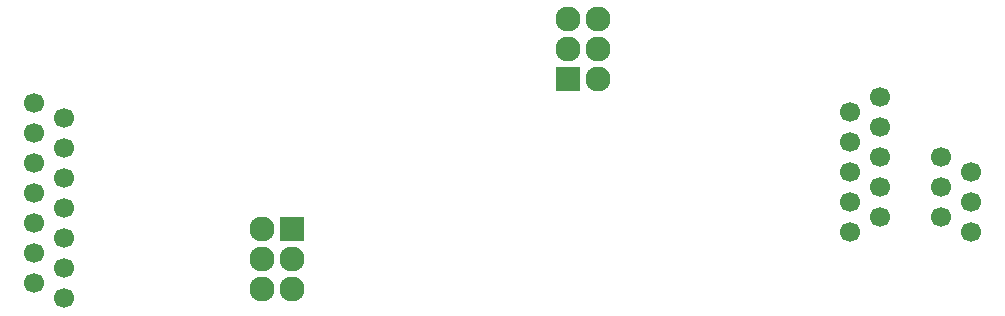
<source format=gbr>
G04 #@! TF.FileFunction,Soldermask,Bot*
%FSLAX46Y46*%
G04 Gerber Fmt 4.6, Leading zero omitted, Abs format (unit mm)*
G04 Created by KiCad (PCBNEW 4.0.7-e2-6376~58~ubuntu16.04.1) date Mon Feb 19 20:22:06 2018*
%MOMM*%
%LPD*%
G01*
G04 APERTURE LIST*
%ADD10C,0.100000*%
%ADD11C,1.700000*%
%ADD12R,2.127200X2.127200*%
%ADD13O,2.127200X2.127200*%
G04 APERTURE END LIST*
D10*
D11*
X179705000Y-43561000D03*
X179705000Y-46101000D03*
X179705000Y-48641000D03*
X179705000Y-41021000D03*
X182245000Y-47371000D03*
X182245000Y-44831000D03*
X182245000Y-42291000D03*
X182245000Y-39751000D03*
X179705000Y-38481000D03*
X182245000Y-37211000D03*
X110617000Y-42799000D03*
X110617000Y-40259000D03*
X110617000Y-37719000D03*
X110617000Y-45339000D03*
X113157000Y-38989000D03*
X113157000Y-41529000D03*
X113157000Y-44069000D03*
X113157000Y-46609000D03*
X110617000Y-47879000D03*
X113157000Y-49149000D03*
X110617000Y-50419000D03*
X113157000Y-51689000D03*
X110617000Y-52959000D03*
X113157000Y-54229000D03*
X187452000Y-47371000D03*
X187452000Y-44831000D03*
X187452000Y-42291000D03*
X189992000Y-43561000D03*
X189992000Y-46101000D03*
X189992000Y-48641000D03*
D12*
X132461000Y-48387000D03*
D13*
X129921000Y-48387000D03*
X132461000Y-50927000D03*
X129921000Y-50927000D03*
X132461000Y-53467000D03*
X129921000Y-53467000D03*
D12*
X155829000Y-35687000D03*
D13*
X158369000Y-35687000D03*
X155829000Y-33147000D03*
X158369000Y-33147000D03*
X155829000Y-30607000D03*
X158369000Y-30607000D03*
M02*

</source>
